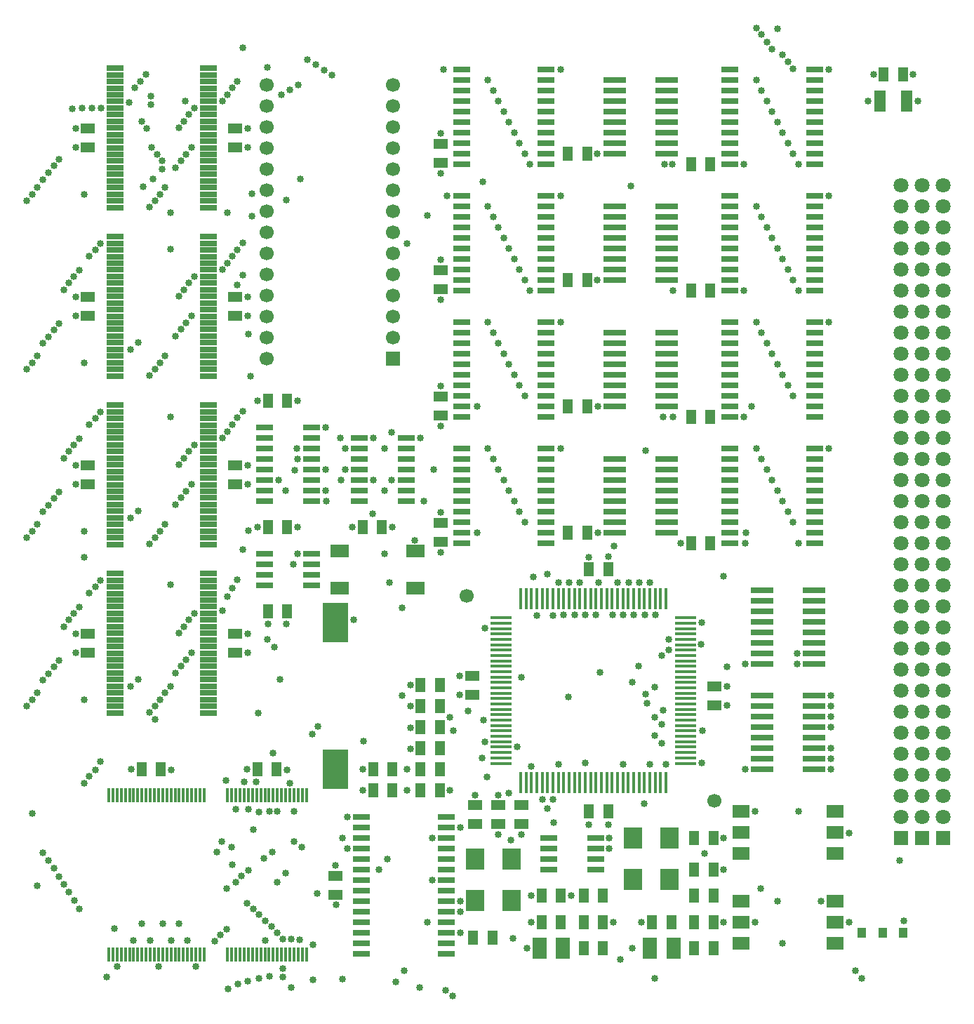
<source format=gbr>
G04 PCB Fabrication Data in Gerber  Example 1, created by Karel Tavernier, Filip Vermeire and Thomas Weyn*
G04 Ucamco copyright*
%TF.GenerationSoftware,Ucamco,UcamX,1.1.0-140320*%
%TF.CreationDate,2014-06-18T00:00:00+01:00*%
%FSLAX35Y35*%
%MOMM*%
%TF.FileFunction,Soldermask,Top*%
%TF.FilePolarity,Negative*%
%TF.Part,Single*%
%TF.SameCoordinates,f8d53b1f8c81977d8c3d0dffcc4c4bd6e6770c0f*%
%ADD10C,0.85000*%
%ADD11C,1.70000*%
%ADD12C,1.80000*%
%ADD13R,1.70000X1.70000*%
%ADD14R,1.80000X1.80000*%
%ADD15R,0.40000X1.70000*%
%ADD16R,0.45000X2.60000*%
%ADD17R,1.20000X1.70000*%
%ADD18R,1.10000X1.30000*%
%ADD19R,1.40000X2.60000*%
%ADD20R,1.70000X1.20000*%
%ADD21R,1.70000X2.60000*%
%ADD22R,2.05000X0.65000*%
%ADD23R,2.10000X0.70000*%
%ADD24R,2.20000X1.50000*%
%ADD25R,2.10000X1.60000*%
%ADD26R,2.30000X2.50000*%
%ADD27R,2.60000X0.45000*%
%ADD28R,2.80000X0.75000*%
%ADD29R,3.10000X4.80000*%
G01*
D10*
%LPD*%
X7664999Y3689998D03*
X8359999Y1874998D03*
X9882998Y3650498D03*
X9034999Y1450000D03*
X9299997Y795000D03*
X9234998Y1299998D03*
X9764997D03*
X8964999Y2379998D03*
X9494998D03*
X7754998Y3515000D03*
X9882998Y3396498D03*
X7209999Y1934997D03*
X7484999Y3943497D03*
X7754998Y3294997D03*
X9885817Y3015498D03*
X7844999Y3429998D03*
X9882998Y3142498D03*
X7854998Y3599998D03*
X9882998Y3523498D03*
X5009998Y1044999D03*
X5674997Y3029999D03*
X7759738Y3883497D03*
X9882998Y3777498D03*
X5009998Y9569999D03*
X5694997Y3485000D03*
X4704999Y3779998D03*
Y4834999D03*
X3369999Y260000D03*
Y839999D03*
X4919998Y260000D03*
X5328499Y3353499D03*
X5284999Y3515000D03*
X6144999Y4004999D03*
X5410000Y919998D03*
X6529997Y2524999D03*
X2474999Y1889999D03*
X2539997Y4806137D03*
Y6885999D03*
Y8917998D03*
Y10949999D03*
X3104998Y2381819D03*
X3144998Y1889999D03*
X4499998Y6254999D03*
Y6761998D03*
X5410000Y1299998D03*
X5733248Y2796289D03*
X7094997Y4063500D03*
X7344997Y599999D03*
X7840898Y4263499D03*
X8626818Y4125308D03*
X7484999Y729998D03*
X7564999Y4134998D03*
X4974999Y6129998D03*
X5250000Y9809998D03*
X6535049Y2246559D03*
X6919999Y2964998D03*
X7844999Y3204997D03*
X9885817Y2888498D03*
X304998Y1490000D03*
Y3810998D03*
Y5842998D03*
Y7874998D03*
Y9909998D03*
X2897388Y9559999D03*
X3634999Y354998D03*
Y774997D03*
X5410000Y1174999D03*
X5618998Y5745998D03*
Y7269998D03*
X6264999Y2924998D03*
X7264997Y5579999D03*
X8857498Y5745998D03*
X8924499Y7269998D03*
X3964999Y6889999D03*
X4349999Y5975000D03*
X8584997Y5219997D03*
X9492498Y5618998D03*
X3239999Y3972499D03*
X3409999Y6499997D03*
X5089998Y6509997D03*
X5204999Y11334999D03*
X7644999Y6734998D03*
X7859997Y7139999D03*
X4584997Y6379997D03*
Y6954997D03*
X2852738Y8144259D03*
X3214997Y6379997D03*
X3304997Y6254999D03*
X3479998Y10009998D03*
X3784999Y6509997D03*
X4246210Y3227499D03*
X7646207Y3796218D03*
X8326138Y4664698D03*
X3990000Y359999D03*
Y2065000D03*
X4557698Y5145979D03*
X7629997Y2474999D03*
X7754998Y364998D03*
X10254998D03*
X10714058Y1789059D03*
X1432448Y3892499D03*
Y5924499D03*
Y7956497D03*
X1581569Y9920509D03*
X3683708Y1394048D03*
X4498549Y5490819D03*
X5685120Y9982337D03*
X6463498Y5242748D03*
X180000Y3650998D03*
Y5682999D03*
Y7714999D03*
Y9749999D03*
X1144999Y388478D03*
X2594998Y959998D03*
X4769998Y9234998D03*
X2534998Y2019998D03*
X2599998Y4974999D03*
Y6965998D03*
Y8997998D03*
Y9604997D03*
Y11029998D03*
X3404999Y2019998D03*
X3469998Y835000D03*
X1914997Y3893998D03*
Y5114747D03*
Y7143298D03*
Y9165308D03*
Y9604997D03*
X2090618Y10955007D03*
X3314997Y9754997D03*
X1849999Y3813998D03*
Y5845998D03*
Y7877998D03*
Y9909998D03*
X2914998Y2159998D03*
X2944998Y2739999D03*
X1789999Y3733998D03*
Y5765998D03*
Y7797998D03*
Y9829998D03*
X1724998Y3653999D03*
Y5685998D03*
Y7717999D03*
Y9749999D03*
X1664998Y3573999D03*
Y5605999D03*
Y7637999D03*
Y9669999D03*
X2851839Y5771517D03*
X2876799Y7636498D03*
X2898048Y9834618D03*
X2975869Y3572498D03*
X2979870Y2375809D03*
X3204997Y1527419D03*
Y2379998D03*
X3694999Y3404999D03*
X3791738Y6126998D03*
X3041150Y1817728D03*
X3148668Y3086979D03*
X3624999Y3314997D03*
X3788418Y6253998D03*
X3973630Y6380998D03*
X5505788Y3595010D03*
X244998Y2359998D03*
Y3730999D03*
Y5762999D03*
Y7794999D03*
Y9829998D03*
X2514999Y889998D03*
X6290818Y5211358D03*
X6334999Y4749998D03*
X875000Y2724999D03*
Y3732499D03*
Y5448318D03*
Y5759100D03*
Y7796497D03*
Y9828497D03*
X1414999Y10931908D03*
X2444999Y815000D03*
X3859998Y11264999D03*
X935000Y2809999D03*
Y5015999D03*
Y7047997D03*
Y9079997D03*
X1480000Y11109998D03*
X2584998Y2754999D03*
X2594998Y1454999D03*
X3769998Y11324999D03*
X1005000Y2884998D03*
Y5090998D03*
Y7122998D03*
Y9154998D03*
X1550000Y11189998D03*
X2700000Y1530000D03*
Y2409997D03*
X3669998Y11389998D03*
X1069998Y2984998D03*
Y5170998D03*
Y7202998D03*
Y9234998D03*
X1620000Y11269998D03*
X2769999Y1604998D03*
X2804998Y2739999D03*
X3083088Y4458109D03*
X3569998Y11449998D03*
X2784998Y5541379D03*
Y7205998D03*
Y8849997D03*
Y9237998D03*
X2785277Y11596796D03*
X2854998Y1669999D03*
Y2404999D03*
X3164997Y4366588D03*
X2657658Y1737218D03*
X2719999Y5174998D03*
Y7129978D03*
Y8729998D03*
Y9157998D03*
Y11189998D03*
X3299998Y1635069D03*
X3354999Y2724999D03*
X2654999Y1949999D03*
X2659997Y5074998D03*
Y7045998D03*
Y9077998D03*
Y11109998D03*
X3404999Y2379998D03*
X3499998Y1949999D03*
X1239998Y969998D03*
X1974998Y4053998D03*
Y6085998D03*
Y8117998D03*
Y10149997D03*
X2609997Y244998D03*
X2834998Y1274998D03*
X7694999Y5144999D03*
X9428998Y5872998D03*
Y7396998D03*
Y8793998D03*
Y10317998D03*
Y11344999D03*
X1470000Y825000D03*
X2039998Y4133998D03*
Y6165998D03*
Y8197998D03*
Y10229997D03*
X2724999Y304998D03*
X2914998Y1209998D03*
X7634999Y4754999D03*
X9364998Y11429998D03*
X9365498Y5999998D03*
Y7523998D03*
Y8920998D03*
Y10444998D03*
X689998Y1409997D03*
Y4690999D03*
Y6722999D03*
Y8754999D03*
X845000Y10864998D03*
X1564998Y10704998D03*
X6063498Y6126998D03*
Y7650998D03*
Y9047998D03*
Y10571998D03*
X6919999Y4754999D03*
X629999Y1504999D03*
Y4610999D03*
Y6642999D03*
Y8674999D03*
X729998Y10854998D03*
X1630000Y10624998D03*
X5999998Y6253998D03*
Y7777998D03*
Y9174998D03*
Y10698998D03*
X6854997Y5144999D03*
X569999Y1600000D03*
Y4205999D03*
Y6237999D03*
Y8269999D03*
Y10249997D03*
X1689999Y10389997D03*
X5936498Y6380998D03*
Y7904998D03*
Y9301998D03*
Y10825998D03*
X6789999Y4754999D03*
X509999Y1694998D03*
Y4125999D03*
Y6157999D03*
Y8189999D03*
Y10169998D03*
X1749999Y10309997D03*
X5872998Y6507998D03*
Y8031998D03*
Y9428998D03*
Y10952998D03*
X6724998Y5144999D03*
X444998Y1794998D03*
Y4040998D03*
Y6072998D03*
Y8104998D03*
Y10089998D03*
X1814997Y10229997D03*
X5809498Y6634998D03*
Y8158998D03*
Y9555998D03*
Y11079998D03*
X6659997Y4754999D03*
X369999Y1884997D03*
Y3965999D03*
Y5997999D03*
Y8029997D03*
Y10004999D03*
X1814398Y10129997D03*
X5745998Y6761998D03*
Y8285998D03*
Y9682998D03*
Y11206998D03*
X6594998Y5144999D03*
X1570000Y1024999D03*
X2105000Y4213997D03*
Y6245997D03*
Y8277997D03*
Y10309997D03*
X2850000Y334998D03*
X2984998Y1134999D03*
X7569998Y5144999D03*
X9301998Y6126998D03*
Y7650998D03*
Y9047998D03*
Y10571998D03*
Y11509998D03*
X1669999Y825000D03*
X2169998Y4294000D03*
Y6325997D03*
Y8357997D03*
Y10389997D03*
X2979999Y364998D03*
X3059999Y1064999D03*
X3079999Y11354999D03*
X7504999Y4754999D03*
X9238498Y6253998D03*
Y7777998D03*
Y9174998D03*
Y10698998D03*
Y11824998D03*
X1819999Y1024999D03*
X2014997Y4533999D03*
Y6565999D03*
Y8597999D03*
Y10629999D03*
X3104998Y394998D03*
X3134997Y995000D03*
X7439998Y5144999D03*
X9174998Y6380998D03*
Y7904998D03*
Y9301998D03*
Y10825998D03*
Y11574999D03*
X1919998Y825000D03*
X2075000Y4613999D03*
Y6645999D03*
Y8677999D03*
Y10709999D03*
X3204997Y919998D03*
X3254997Y11024997D03*
X3269998Y384998D03*
X7374997Y4754999D03*
X9111498Y6507998D03*
Y8031998D03*
Y9428998D03*
Y10952998D03*
Y11664999D03*
X2019998Y1024999D03*
X2135000Y4693999D03*
Y6725999D03*
Y8757999D03*
Y10789999D03*
X3269998Y484998D03*
Y839999D03*
X3354999Y11084997D03*
X7309998Y5144999D03*
X9047998Y6634998D03*
Y8158998D03*
Y9555998D03*
Y11079998D03*
Y11754998D03*
X2119998Y825000D03*
X2205000Y4773999D03*
Y6805999D03*
Y8837998D03*
Y10869999D03*
X3454999Y11144997D03*
X7244997Y4754999D03*
X8984498Y6761998D03*
Y8285998D03*
Y9682998D03*
Y11206998D03*
Y11834998D03*
X815000Y1204999D03*
Y4850998D03*
Y6882999D03*
Y8914999D03*
X1079998Y10869999D03*
X1679999Y11009999D03*
X6190498Y5872998D03*
Y7396998D03*
Y8793998D03*
Y10317998D03*
X7079998Y5144999D03*
X749999Y4770999D03*
Y6802999D03*
Y8834999D03*
X754997Y1309997D03*
X969998Y10864998D03*
X1679999Y10909999D03*
X6126998Y5999998D03*
Y7523998D03*
Y8920998D03*
Y10444998D03*
X7049999Y4754999D03*
X769998Y4298999D03*
Y6330999D03*
Y8362998D03*
Y10394999D03*
X1269998Y509999D03*
X1440000Y2889999D03*
X2219998Y509999D03*
X2837000Y2889999D03*
X2850000Y4528998D03*
Y6560998D03*
Y8592998D03*
Y10624998D03*
X3054998Y825000D03*
X3314997Y4644999D03*
X3444999Y5489999D03*
Y5809999D03*
Y6634998D03*
X3449998Y7334997D03*
X3784999Y7014998D03*
X3904999Y1729999D03*
X4050000Y2314999D03*
X4589999Y5809999D03*
X4864999Y5654997D03*
X4924999Y6889999D03*
X5069998Y1554998D03*
X5174498Y5987298D03*
Y7511298D03*
Y9035298D03*
Y10559298D03*
X5404998Y4019999D03*
X5593598Y2579899D03*
X5709999Y3224998D03*
Y4589999D03*
X6049998Y855000D03*
X6219997Y729998D03*
X6399997Y2529998D03*
X6529997Y4744999D03*
X6622298Y6761998D03*
Y8285998D03*
Y9809998D03*
Y11333998D03*
X6749997Y1364999D03*
X7062999Y8793998D03*
Y10317998D03*
X7194997Y2225000D03*
Y5454998D03*
X7209999Y2065000D03*
X7699997Y2954998D03*
X7764999Y4754999D03*
X7929997Y4329999D03*
X7968498Y10190998D03*
X7981198Y7142998D03*
Y8666998D03*
X8073898Y5618998D03*
X8329998Y3354999D03*
X8589998Y1684998D03*
Y2065000D03*
X8624997Y3659998D03*
X8964999Y1044999D03*
X9860798Y6761998D03*
Y8285998D03*
Y9809998D03*
Y11333998D03*
X10104999Y1044999D03*
Y2125000D03*
X10334999Y10954997D03*
X10394999Y11269998D03*
X10759999Y1059998D03*
X5320000Y154999D03*
X6253998Y8666998D03*
Y10190998D03*
X6464999Y2419998D03*
X7464999Y9924997D03*
X7879598Y10190998D03*
X9492498Y8666998D03*
Y10190998D03*
X1525379Y3972499D03*
Y6004499D03*
Y8036499D03*
X1705219Y10013699D03*
X1730939Y3493498D03*
X4234998Y2639997D03*
X4429999Y1679999D03*
X4635000Y324998D03*
X8319999Y4394998D03*
X9474997Y4160000D03*
X5872998Y2579899D03*
X6098497Y3158497D03*
X6712189Y3765629D03*
X5999229Y2607740D03*
X6024578Y2033278D03*
X6593497Y2950269D03*
X5234999Y224998D03*
X5284999Y2634998D03*
X5410000Y2189998D03*
X7929997Y4459999D03*
X9474997Y4284998D03*
X769998Y4528998D03*
Y6560998D03*
Y8592998D03*
Y10624998D03*
X1769999Y509999D03*
X1923999Y2887000D03*
X2850000Y4298999D03*
Y6330999D03*
Y8362998D03*
Y10394999D03*
X2964998Y5809999D03*
Y7334997D03*
X3089999Y4644999D03*
X3320999Y2887000D03*
X3395460Y5367168D03*
X3439998Y6759997D03*
X3909998Y1259998D03*
X4024998Y6509997D03*
Y6759997D03*
X4050000Y1934997D03*
X4110000Y5809999D03*
X4124998Y4694999D03*
X4364998Y6379997D03*
Y6889999D03*
X4765000Y2639997D03*
Y2889999D03*
X4809998Y3139999D03*
Y3394999D03*
Y3649998D03*
Y3904999D03*
X5069998Y2065000D03*
X5174498Y5504698D03*
Y7028698D03*
Y8552698D03*
Y10076698D03*
X5404998Y3789998D03*
X5872998Y2104898D03*
X6152398D03*
X6269997Y1049998D03*
Y1364999D03*
X6964998Y2225000D03*
Y5450000D03*
X7067388Y7269998D03*
X7068289Y5745998D03*
X7254997Y1044999D03*
X7374997Y2954998D03*
X7599997Y1049998D03*
X7894998Y2954998D03*
X8324997Y2964998D03*
X8589998Y1044999D03*
X8624997Y3889998D03*
X8832497Y10190998D03*
X8833658Y8666998D03*
X8836099Y7139999D03*
X8847618Y5618998D03*
X8847998Y2888498D03*
Y4158498D03*
X10874998Y11269998D03*
X10934997Y10954997D03*
X4234998Y2889999D03*
X4529999Y1809999D03*
X4735000Y464998D03*
X10174999D03*
D11*
X4602998Y8095498D03*
Y8349498D03*
Y8603498D03*
Y8857498D03*
Y9111498D03*
Y9365498D03*
Y9619498D03*
Y9873498D03*
Y10127498D03*
Y10381498D03*
Y10635498D03*
Y10889498D03*
Y11143498D03*
X3078998D03*
Y10889498D03*
Y10635498D03*
Y10381498D03*
Y10127498D03*
Y9873498D03*
Y9619498D03*
Y9365498D03*
Y9111498D03*
Y8857498D03*
Y8603498D03*
Y8349498D03*
Y8095498D03*
Y7841498D03*
X5491998Y4983998D03*
X8476498Y2507498D03*
D12*
X11237999Y2316998D03*
Y2570998D03*
Y2824998D03*
Y3078998D03*
Y3332998D03*
Y3586998D03*
Y3840998D03*
Y4094998D03*
Y4348998D03*
Y4602998D03*
Y4856998D03*
Y5110998D03*
Y5364998D03*
Y5618998D03*
Y5872998D03*
Y6126998D03*
Y6380998D03*
Y6634998D03*
Y6888998D03*
Y7142998D03*
Y7396998D03*
Y7650998D03*
Y7904998D03*
Y8158998D03*
Y8412998D03*
Y8666998D03*
Y8920998D03*
Y9174998D03*
Y9428998D03*
Y9682998D03*
Y9936998D03*
X10983999Y2316998D03*
Y2570998D03*
Y2824998D03*
Y3078998D03*
Y3332998D03*
Y3586998D03*
Y3840998D03*
Y4094998D03*
Y4348998D03*
Y4602998D03*
Y4856998D03*
Y5110998D03*
Y5364998D03*
Y5618998D03*
Y5872998D03*
Y6126998D03*
Y6380998D03*
Y6634998D03*
Y6888998D03*
Y7142998D03*
Y7396998D03*
Y7650998D03*
Y7904998D03*
Y8158998D03*
Y8412998D03*
Y8666998D03*
Y8920998D03*
Y9174998D03*
Y9428998D03*
Y9682998D03*
Y9936998D03*
X10729999Y2316998D03*
Y2570998D03*
Y2824998D03*
Y3078998D03*
Y3332998D03*
Y3586998D03*
Y3840998D03*
Y4094998D03*
Y4348998D03*
Y4602998D03*
Y4856998D03*
Y5110998D03*
Y5364998D03*
Y5618998D03*
Y5872998D03*
Y6126998D03*
Y6380998D03*
Y6634998D03*
Y6888998D03*
Y7142998D03*
Y7396998D03*
Y7650998D03*
Y7904998D03*
Y8158998D03*
Y8412998D03*
Y8666998D03*
Y8920998D03*
Y9174998D03*
Y9428998D03*
Y9682998D03*
Y9936998D03*
D13*
X4602988Y7841488D03*
D14*
X10729976Y2062988D03*
X10983976D03*
X11237976D03*
D15*
X2320500Y2578500D03*
X2270500D03*
X2220500D03*
X2170500D03*
X2120500D03*
X2070500D03*
X2020500D03*
X1970500D03*
X1920500D03*
X1870500D03*
X1820500D03*
X1770500D03*
X1720500D03*
X1670500D03*
X1620500D03*
X1570500D03*
X1520500D03*
X1470500D03*
X1420500D03*
X1370500D03*
X1320500D03*
X1270500D03*
X1220500D03*
X1170500D03*
Y658499D03*
X1220500D03*
X1270500D03*
X1320500D03*
X1370500D03*
X1420500D03*
X1470500D03*
X1520500D03*
X1570500D03*
X1620500D03*
X1670500D03*
X1720500D03*
X1770500D03*
X1820500D03*
X1870500D03*
X1920500D03*
X1970500D03*
X2020500D03*
X2070500D03*
X2120500D03*
X2170500D03*
X2220500D03*
X2270500D03*
X2320500D03*
X3554000Y2578500D03*
X3504000D03*
X3454000D03*
X3404000D03*
X3354000D03*
X3304000D03*
X3254000D03*
X3204000D03*
X3154000D03*
X3104000D03*
X3054000D03*
X3004000D03*
X2954000D03*
X2904000D03*
X2854000D03*
X2804000D03*
X2754000D03*
X2704000D03*
X2654000D03*
X2604000D03*
Y658499D03*
X2654000D03*
X2704000D03*
X2754000D03*
X2804000D03*
X2854000D03*
X2904000D03*
X2954000D03*
X3004000D03*
X3054000D03*
X3104000D03*
X3154000D03*
X3204000D03*
X3254000D03*
X3304000D03*
X3354000D03*
X3404000D03*
X3454000D03*
X3504000D03*
X3554000D03*
D16*
X7893500Y4951000D03*
X7828500D03*
X7763500D03*
X7698500D03*
X7633500D03*
X7568500D03*
X7503500D03*
X7438500D03*
X7373500D03*
X7308500D03*
X7243500D03*
X7178500D03*
X7113500D03*
X7048500D03*
X6983500D03*
X6918500D03*
X6853500D03*
X6788500D03*
X6723500D03*
X6658500D03*
X6593500D03*
X6528500D03*
X6463500D03*
X6398500D03*
X6333500D03*
X6268500D03*
X6203500D03*
X6138500D03*
Y2731000D03*
X6203500D03*
X6268500D03*
X6333500D03*
X6398500D03*
X6463500D03*
X6528500D03*
X6593500D03*
X6658500D03*
X6723500D03*
X6788500D03*
X6853500D03*
X6918500D03*
X6983500D03*
X7048500D03*
X7113500D03*
X7178500D03*
X7243500D03*
X7308500D03*
X7373500D03*
X7438500D03*
X7503500D03*
X7568500D03*
X7633500D03*
X7698500D03*
X7763500D03*
X7828500D03*
X7893500D03*
D17*
X10750423Y11270488D03*
X10520553D03*
X6710553Y10317988D03*
X6940423D03*
X8196453Y10190988D03*
X8426323D03*
X6710553Y8793988D03*
X6940423D03*
X8196453Y8666988D03*
X8426323D03*
X3091053Y7333488D03*
X3320923D03*
X6710553Y7269988D03*
X6940423D03*
X8196453Y7142988D03*
X8426323D03*
X3091053Y5809488D03*
X3320923D03*
X4234053D03*
X4463923D03*
X6710553Y5745988D03*
X6940423D03*
X8196453Y5618988D03*
X8426323D03*
X6964553Y5301488D03*
X7194423D03*
X3091053Y4793488D03*
X3320923D03*
X4932553Y3904488D03*
X5162423D03*
X4932553Y3650488D03*
X5162423D03*
X4932553Y3396488D03*
X5162423D03*
X4932553Y3142488D03*
X5162423D03*
X1567053Y2888488D03*
X1796923D03*
X2964053D03*
X3193923D03*
X4361053D03*
X4590923D03*
X4932553D03*
X5162423D03*
X4361053Y2634488D03*
X4590923D03*
X4932553D03*
X5162423D03*
X6964553Y2380488D03*
X7194423D03*
X8234553Y2062988D03*
X8464423D03*
X8234553Y1681988D03*
X8464423D03*
X6393053Y1364488D03*
X6622923D03*
X6901053D03*
X7130923D03*
X8234553D03*
X8464423D03*
X6393053Y1046988D03*
X6622923D03*
X6901053D03*
X7130923D03*
X7726553D03*
X7956423D03*
X8234553D03*
X8464423D03*
X5567553Y856488D03*
X5797423D03*
X6901053Y729488D03*
X7130923D03*
X8234553D03*
X8464423D03*
D18*
X10258552Y919988D03*
X10508488D03*
X10758424D03*
D19*
X10800588Y10952988D03*
X10470642D03*
D20*
X919988Y10623423D03*
X2697988D03*
X5174488Y10432923D03*
X919988Y10393553D03*
X2697988D03*
X5174488Y10203053D03*
Y8908923D03*
Y8679053D03*
X919988Y8591423D03*
X2697988D03*
X919988Y8361553D03*
X2697988D03*
X5174488Y7384923D03*
Y7155053D03*
X919988Y6559423D03*
X2697988D03*
X919988Y6329553D03*
X2697988D03*
X5174488Y5860923D03*
Y5631053D03*
X919988Y4527423D03*
X2697988D03*
X919988Y4297553D03*
X2697988D03*
X5555488Y4019423D03*
X8476488Y3892423D03*
X5555488Y3789553D03*
X8476488Y3662553D03*
X5593588Y2457323D03*
X5872988D03*
X6152388D03*
X5593588Y2227453D03*
X5872988D03*
X6152388D03*
X3904488Y1606423D03*
Y1376553D03*
D21*
X6368034Y729488D03*
X6647942D03*
X7701534D03*
X7981442D03*
D22*
X2371500Y9668500D03*
Y9748500D03*
Y9828500D03*
Y9908500D03*
Y9988500D03*
Y10068500D03*
Y10148500D03*
Y10228500D03*
Y10308500D03*
Y10388500D03*
Y10468500D03*
Y10548500D03*
Y10628500D03*
Y10708500D03*
Y10788500D03*
Y10868500D03*
Y10948500D03*
Y11028500D03*
Y11108500D03*
Y11188500D03*
Y11268500D03*
Y11348500D03*
X1246500D03*
Y11268500D03*
Y11188500D03*
Y11108500D03*
Y11028500D03*
Y10948500D03*
Y10868500D03*
Y10788500D03*
Y10708500D03*
Y10628500D03*
Y10548500D03*
Y10468500D03*
Y10388500D03*
Y10308500D03*
Y10228500D03*
Y10148500D03*
Y10068500D03*
Y9988500D03*
Y9908500D03*
Y9828500D03*
Y9748500D03*
Y9668500D03*
X2371500Y7636500D03*
Y7716499D03*
Y7796499D03*
Y7876500D03*
Y7956500D03*
Y8036500D03*
Y8116499D03*
Y8196499D03*
Y8276500D03*
Y8356500D03*
Y8436500D03*
Y8516499D03*
Y8596499D03*
Y8676500D03*
Y8756500D03*
Y8836500D03*
Y8916499D03*
Y8996499D03*
Y9076500D03*
Y9156500D03*
Y9236500D03*
Y9316499D03*
X1246500D03*
Y9236500D03*
Y9156500D03*
Y9076500D03*
Y8996499D03*
Y8916499D03*
Y8836500D03*
Y8756500D03*
Y8676500D03*
Y8596499D03*
Y8516499D03*
Y8436500D03*
Y8356500D03*
Y8276500D03*
Y8196499D03*
Y8116499D03*
Y8036500D03*
Y7956500D03*
Y7876500D03*
Y7796499D03*
Y7716499D03*
Y7636500D03*
X2371500Y5604500D03*
Y5684500D03*
Y5764500D03*
Y5844500D03*
Y5924499D03*
Y6004500D03*
Y6084500D03*
Y6164500D03*
Y6244500D03*
Y6324499D03*
Y6404500D03*
Y6484500D03*
Y6564499D03*
Y6644499D03*
Y6724500D03*
Y6804500D03*
Y6884500D03*
Y6964500D03*
Y7044499D03*
Y7124500D03*
Y7204500D03*
Y7284500D03*
X1246500D03*
Y7204500D03*
Y7124500D03*
Y7044499D03*
Y6964500D03*
Y6884500D03*
Y6804500D03*
Y6724500D03*
Y6644499D03*
Y6564499D03*
Y6484500D03*
Y6404500D03*
Y6324499D03*
Y6244500D03*
Y6164500D03*
Y6084500D03*
Y6004500D03*
Y5924499D03*
Y5844500D03*
Y5764500D03*
Y5684500D03*
Y5604500D03*
X2371500Y3572500D03*
Y3652500D03*
Y3732499D03*
Y3812500D03*
Y3892499D03*
Y3972500D03*
Y4052500D03*
Y4132499D03*
Y4212500D03*
Y4292499D03*
Y4372500D03*
Y4452500D03*
Y4532499D03*
Y4612500D03*
Y4692499D03*
Y4772500D03*
Y4852500D03*
Y4932499D03*
Y5012500D03*
Y5092499D03*
Y5172500D03*
Y5252500D03*
X1246500D03*
Y5172500D03*
Y5092499D03*
Y5012500D03*
Y4932499D03*
Y4852500D03*
Y4772500D03*
Y4692499D03*
Y4612500D03*
Y4532499D03*
Y4452500D03*
Y4372500D03*
Y4292499D03*
Y4212500D03*
Y4132499D03*
Y4052500D03*
Y3972500D03*
Y3892499D03*
Y3812500D03*
Y3732499D03*
Y3652500D03*
Y3572500D03*
D23*
X9685000Y5618999D03*
Y5746000D03*
Y5872999D03*
Y6000000D03*
Y6127000D03*
Y6253999D03*
Y6381000D03*
Y6508000D03*
Y6634999D03*
Y6762000D03*
X8665000D03*
Y6634999D03*
Y6508000D03*
Y6381000D03*
Y6253999D03*
Y6127000D03*
Y6000000D03*
Y5872999D03*
Y5746000D03*
Y5618999D03*
X6446500D03*
Y5746000D03*
Y5872999D03*
Y6000000D03*
Y6127000D03*
Y6253999D03*
Y6381000D03*
Y6508000D03*
Y6634999D03*
Y6762000D03*
X5426500D03*
Y6634999D03*
Y6508000D03*
Y6381000D03*
Y6253999D03*
Y6127000D03*
Y6000000D03*
Y5872999D03*
Y5746000D03*
Y5618999D03*
X9685000Y7142999D03*
Y7269999D03*
Y7397000D03*
Y7524000D03*
Y7651000D03*
Y7778000D03*
Y7905000D03*
Y8031999D03*
Y8158999D03*
Y8286000D03*
X8665000D03*
Y8158999D03*
Y8031999D03*
Y7905000D03*
Y7778000D03*
Y7651000D03*
Y7524000D03*
Y7397000D03*
Y7269999D03*
Y7142999D03*
X6446500D03*
Y7269999D03*
Y7397000D03*
Y7524000D03*
Y7651000D03*
Y7778000D03*
Y7905000D03*
Y8031999D03*
Y8158999D03*
Y8286000D03*
X5426500D03*
Y8158999D03*
Y8031999D03*
Y7905000D03*
Y7778000D03*
Y7651000D03*
Y7524000D03*
Y7397000D03*
Y7269999D03*
Y7142999D03*
X9685000Y8667000D03*
Y8794000D03*
Y8921000D03*
Y9048000D03*
Y9175000D03*
Y9302000D03*
Y9428999D03*
Y9556000D03*
Y9683000D03*
Y9810000D03*
X8665000D03*
Y9683000D03*
Y9556000D03*
Y9428999D03*
Y9302000D03*
Y9175000D03*
Y9048000D03*
Y8921000D03*
Y8794000D03*
Y8667000D03*
X6446500D03*
Y8794000D03*
Y8921000D03*
Y9048000D03*
Y9175000D03*
Y9302000D03*
Y9428999D03*
Y9556000D03*
Y9683000D03*
Y9810000D03*
X5426500D03*
Y9683000D03*
Y9556000D03*
Y9428999D03*
Y9302000D03*
Y9175000D03*
Y9048000D03*
Y8921000D03*
Y8794000D03*
Y8667000D03*
X9685000Y10191000D03*
Y10317999D03*
Y10444999D03*
Y10571999D03*
Y10699000D03*
Y10826000D03*
Y10953000D03*
Y11080000D03*
Y11206999D03*
Y11334000D03*
X8665000D03*
Y11206999D03*
Y11080000D03*
Y10953000D03*
Y10826000D03*
Y10699000D03*
Y10571999D03*
Y10444999D03*
Y10317999D03*
Y10191000D03*
X6446500D03*
Y10317999D03*
Y10444999D03*
Y10571999D03*
Y10699000D03*
Y10826000D03*
Y10953000D03*
Y11080000D03*
Y11206999D03*
Y11334000D03*
X5426500D03*
Y11206999D03*
Y11080000D03*
Y10953000D03*
Y10826000D03*
Y10699000D03*
Y10571999D03*
Y10444999D03*
Y10317999D03*
Y10191000D03*
X4756000Y6127000D03*
Y6253999D03*
Y6381000D03*
Y6508000D03*
Y6634999D03*
Y6762000D03*
Y6889000D03*
X4196000D03*
Y6762000D03*
Y6634999D03*
Y6508000D03*
Y6381000D03*
Y6253999D03*
Y6127000D03*
X3613000Y5111000D03*
Y5237999D03*
Y5365000D03*
Y5492000D03*
X3053000D03*
Y5365000D03*
Y5237999D03*
Y5111000D03*
X3613000Y6127000D03*
Y6253999D03*
Y6381000D03*
Y6508000D03*
Y6634999D03*
Y6762000D03*
Y6889000D03*
Y7016000D03*
X3053000D03*
Y6889000D03*
Y6762000D03*
Y6634999D03*
Y6508000D03*
Y6381000D03*
Y6253999D03*
Y6127000D03*
X7042000Y1682000D03*
Y1809000D03*
Y1935999D03*
Y2062999D03*
X6482000D03*
Y1935999D03*
Y1809000D03*
Y1682000D03*
X5240000Y665999D03*
Y792999D03*
Y920000D03*
Y1047000D03*
Y1174000D03*
Y1301000D03*
Y1428000D03*
Y1555000D03*
Y1682000D03*
Y1809000D03*
Y1935999D03*
Y2062999D03*
Y2190000D03*
Y2317000D03*
X4220000D03*
Y2190000D03*
Y2062999D03*
Y1935999D03*
Y1809000D03*
Y1682000D03*
Y1555000D03*
Y1428000D03*
Y1301000D03*
Y1174000D03*
Y1047000D03*
Y920000D03*
Y792999D03*
Y665999D03*
D24*
X3957447Y5526405D03*
X4867529D03*
X3957447Y5076571D03*
X4867529D03*
D25*
X8795385Y2380361D03*
X9935337D03*
X8795385Y2126361D03*
X9935337D03*
X8795385Y1872361D03*
X9935337D03*
X8795385Y1300861D03*
X9935337D03*
X8795385Y1046861D03*
X9935337D03*
X8795385Y792861D03*
X9935337D03*
D26*
X7494524Y2059051D03*
X7934452D03*
X5589524Y1805051D03*
X6029452D03*
X7494524Y1558925D03*
X7934452D03*
X5589524Y1304925D03*
X6029452D03*
D27*
X5906000Y4718500D03*
Y4653500D03*
Y4588500D03*
Y4523500D03*
Y4458500D03*
Y4393500D03*
Y4328500D03*
Y4263500D03*
Y4198500D03*
Y4133500D03*
Y4068500D03*
Y4003500D03*
Y3938500D03*
Y3873500D03*
Y3808500D03*
Y3743500D03*
Y3678500D03*
Y3613500D03*
Y3548500D03*
Y3483500D03*
Y3418500D03*
Y3353500D03*
Y3288500D03*
Y3223499D03*
Y3158500D03*
Y3093500D03*
Y3028500D03*
Y2963500D03*
X8126000D03*
Y3028500D03*
Y3093500D03*
Y3158500D03*
Y3223499D03*
Y3288500D03*
Y3353500D03*
Y3418500D03*
Y3483500D03*
Y3548500D03*
Y3613500D03*
Y3678500D03*
Y3743500D03*
Y3808500D03*
Y3873500D03*
Y3938500D03*
Y4003500D03*
Y4068500D03*
Y4133500D03*
Y4198500D03*
Y4263500D03*
Y4328500D03*
Y4393500D03*
Y4458500D03*
Y4523500D03*
Y4588500D03*
Y4653500D03*
Y4718500D03*
D28*
X7902500Y5746000D03*
Y5872999D03*
Y6000000D03*
Y6127000D03*
Y6253999D03*
Y6381000D03*
Y6508000D03*
Y6634999D03*
X7272500D03*
Y6508000D03*
Y6381000D03*
Y6253999D03*
Y6127000D03*
Y6000000D03*
Y5872999D03*
Y5746000D03*
X9680500Y2888500D03*
Y3015499D03*
Y3142500D03*
Y3269500D03*
Y3396500D03*
Y3523500D03*
Y3650499D03*
Y3777500D03*
X9050500D03*
Y3650499D03*
Y3523500D03*
Y3396500D03*
Y3269500D03*
Y3142500D03*
Y3015499D03*
Y2888500D03*
X7902500Y7269999D03*
Y7397000D03*
Y7524000D03*
Y7651000D03*
Y7778000D03*
Y7905000D03*
Y8031999D03*
Y8158999D03*
X7272500D03*
Y8031999D03*
Y7905000D03*
Y7778000D03*
Y7651000D03*
Y7524000D03*
Y7397000D03*
Y7269999D03*
X9680500Y4158500D03*
Y4285499D03*
Y4412500D03*
Y4539500D03*
Y4666500D03*
Y4793500D03*
Y4920500D03*
Y5047500D03*
X9050500D03*
Y4920500D03*
Y4793500D03*
Y4666500D03*
Y4539500D03*
Y4412500D03*
Y4285499D03*
Y4158500D03*
X7902500Y8794000D03*
Y8921000D03*
Y9048000D03*
Y9175000D03*
Y9302000D03*
Y9428999D03*
Y9556000D03*
Y9683000D03*
X7272500D03*
Y9556000D03*
Y9428999D03*
Y9302000D03*
Y9175000D03*
Y9048000D03*
Y8921000D03*
Y8794000D03*
X7902500Y10317999D03*
Y10444999D03*
Y10571999D03*
Y10699000D03*
Y10826000D03*
Y10953000D03*
Y11080000D03*
Y11206999D03*
X7272500D03*
Y11080000D03*
Y10953000D03*
Y10826000D03*
Y10699000D03*
Y10571999D03*
Y10444999D03*
Y10317999D03*
D29*
X3904361Y4664964D03*
Y2890012D03*
M02*
</source>
